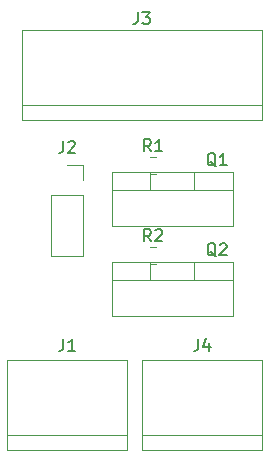
<source format=gbr>
%TF.GenerationSoftware,KiCad,Pcbnew,(5.1.10)-1*%
%TF.CreationDate,2022-01-11T17:46:35-08:00*%
%TF.ProjectId,lowering platform,6c6f7765-7269-46e6-9720-706c6174666f,rev?*%
%TF.SameCoordinates,Original*%
%TF.FileFunction,Legend,Top*%
%TF.FilePolarity,Positive*%
%FSLAX46Y46*%
G04 Gerber Fmt 4.6, Leading zero omitted, Abs format (unit mm)*
G04 Created by KiCad (PCBNEW (5.1.10)-1) date 2022-01-11 17:46:35*
%MOMM*%
%LPD*%
G01*
G04 APERTURE LIST*
%ADD10C,0.120000*%
%ADD11C,0.150000*%
G04 APERTURE END LIST*
D10*
%TO.C,J2*%
X146050000Y-88840000D02*
X147380000Y-88840000D01*
X147380000Y-88840000D02*
X147380000Y-90170000D01*
X147380000Y-91440000D02*
X147380000Y-96580000D01*
X144720000Y-96580000D02*
X147380000Y-96580000D01*
X144720000Y-91440000D02*
X144720000Y-96580000D01*
X144720000Y-91440000D02*
X147380000Y-91440000D01*
%TO.C,J1*%
X140970000Y-113030000D02*
X151130000Y-113030000D01*
X140970000Y-105410000D02*
X140970000Y-113030000D01*
X151130000Y-105410000D02*
X140970000Y-105410000D01*
X151130000Y-113030000D02*
X151130000Y-105410000D01*
X151130000Y-111760000D02*
X140970000Y-111760000D01*
%TO.C,J3*%
X142240000Y-77470000D02*
X142240000Y-85090000D01*
X162560000Y-85090000D02*
X162560000Y-77470000D01*
X162560000Y-83820000D02*
X142240000Y-83820000D01*
X142240000Y-77470000D02*
X162560000Y-77470000D01*
X142240000Y-85090000D02*
X162560000Y-85090000D01*
%TO.C,J4*%
X162560000Y-111760000D02*
X152400000Y-111760000D01*
X162560000Y-113030000D02*
X162560000Y-105410000D01*
X162560000Y-105410000D02*
X152400000Y-105410000D01*
X152400000Y-105410000D02*
X152400000Y-113030000D01*
X152400000Y-113030000D02*
X162560000Y-113030000D01*
%TO.C,Q1*%
X156791000Y-89440000D02*
X156791000Y-90950000D01*
X153090000Y-89440000D02*
X153090000Y-90950000D01*
X149820000Y-90950000D02*
X160060000Y-90950000D01*
X160060000Y-89440000D02*
X160060000Y-94081000D01*
X149820000Y-89440000D02*
X149820000Y-94081000D01*
X149820000Y-94081000D02*
X160060000Y-94081000D01*
X149820000Y-89440000D02*
X160060000Y-89440000D01*
%TO.C,Q2*%
X149820000Y-97060000D02*
X160060000Y-97060000D01*
X149820000Y-101701000D02*
X160060000Y-101701000D01*
X149820000Y-97060000D02*
X149820000Y-101701000D01*
X160060000Y-97060000D02*
X160060000Y-101701000D01*
X149820000Y-98570000D02*
X160060000Y-98570000D01*
X153090000Y-97060000D02*
X153090000Y-98570000D01*
X156791000Y-97060000D02*
X156791000Y-98570000D01*
%TO.C,R1*%
X153085436Y-89635000D02*
X153539564Y-89635000D01*
X153085436Y-88165000D02*
X153539564Y-88165000D01*
%TO.C,R2*%
X153085436Y-95785000D02*
X153539564Y-95785000D01*
X153085436Y-97255000D02*
X153539564Y-97255000D01*
%TO.C,J2*%
D11*
X145716666Y-86852380D02*
X145716666Y-87566666D01*
X145669047Y-87709523D01*
X145573809Y-87804761D01*
X145430952Y-87852380D01*
X145335714Y-87852380D01*
X146145238Y-86947619D02*
X146192857Y-86900000D01*
X146288095Y-86852380D01*
X146526190Y-86852380D01*
X146621428Y-86900000D01*
X146669047Y-86947619D01*
X146716666Y-87042857D01*
X146716666Y-87138095D01*
X146669047Y-87280952D01*
X146097619Y-87852380D01*
X146716666Y-87852380D01*
%TO.C,J1*%
X145716666Y-103592380D02*
X145716666Y-104306666D01*
X145669047Y-104449523D01*
X145573809Y-104544761D01*
X145430952Y-104592380D01*
X145335714Y-104592380D01*
X146716666Y-104592380D02*
X146145238Y-104592380D01*
X146430952Y-104592380D02*
X146430952Y-103592380D01*
X146335714Y-103735238D01*
X146240476Y-103830476D01*
X146145238Y-103878095D01*
%TO.C,J3*%
X152046666Y-75932380D02*
X152046666Y-76646666D01*
X151999047Y-76789523D01*
X151903809Y-76884761D01*
X151760952Y-76932380D01*
X151665714Y-76932380D01*
X152427619Y-75932380D02*
X153046666Y-75932380D01*
X152713333Y-76313333D01*
X152856190Y-76313333D01*
X152951428Y-76360952D01*
X152999047Y-76408571D01*
X153046666Y-76503809D01*
X153046666Y-76741904D01*
X152999047Y-76837142D01*
X152951428Y-76884761D01*
X152856190Y-76932380D01*
X152570476Y-76932380D01*
X152475238Y-76884761D01*
X152427619Y-76837142D01*
%TO.C,J4*%
X157146666Y-103592380D02*
X157146666Y-104306666D01*
X157099047Y-104449523D01*
X157003809Y-104544761D01*
X156860952Y-104592380D01*
X156765714Y-104592380D01*
X158051428Y-103925714D02*
X158051428Y-104592380D01*
X157813333Y-103544761D02*
X157575238Y-104259047D01*
X158194285Y-104259047D01*
%TO.C,Q1*%
X158654761Y-88987619D02*
X158559523Y-88940000D01*
X158464285Y-88844761D01*
X158321428Y-88701904D01*
X158226190Y-88654285D01*
X158130952Y-88654285D01*
X158178571Y-88892380D02*
X158083333Y-88844761D01*
X157988095Y-88749523D01*
X157940476Y-88559047D01*
X157940476Y-88225714D01*
X157988095Y-88035238D01*
X158083333Y-87940000D01*
X158178571Y-87892380D01*
X158369047Y-87892380D01*
X158464285Y-87940000D01*
X158559523Y-88035238D01*
X158607142Y-88225714D01*
X158607142Y-88559047D01*
X158559523Y-88749523D01*
X158464285Y-88844761D01*
X158369047Y-88892380D01*
X158178571Y-88892380D01*
X159559523Y-88892380D02*
X158988095Y-88892380D01*
X159273809Y-88892380D02*
X159273809Y-87892380D01*
X159178571Y-88035238D01*
X159083333Y-88130476D01*
X158988095Y-88178095D01*
%TO.C,Q2*%
X158654761Y-96607619D02*
X158559523Y-96560000D01*
X158464285Y-96464761D01*
X158321428Y-96321904D01*
X158226190Y-96274285D01*
X158130952Y-96274285D01*
X158178571Y-96512380D02*
X158083333Y-96464761D01*
X157988095Y-96369523D01*
X157940476Y-96179047D01*
X157940476Y-95845714D01*
X157988095Y-95655238D01*
X158083333Y-95560000D01*
X158178571Y-95512380D01*
X158369047Y-95512380D01*
X158464285Y-95560000D01*
X158559523Y-95655238D01*
X158607142Y-95845714D01*
X158607142Y-96179047D01*
X158559523Y-96369523D01*
X158464285Y-96464761D01*
X158369047Y-96512380D01*
X158178571Y-96512380D01*
X158988095Y-95607619D02*
X159035714Y-95560000D01*
X159130952Y-95512380D01*
X159369047Y-95512380D01*
X159464285Y-95560000D01*
X159511904Y-95607619D01*
X159559523Y-95702857D01*
X159559523Y-95798095D01*
X159511904Y-95940952D01*
X158940476Y-96512380D01*
X159559523Y-96512380D01*
%TO.C,R1*%
X153145833Y-87702380D02*
X152812500Y-87226190D01*
X152574404Y-87702380D02*
X152574404Y-86702380D01*
X152955357Y-86702380D01*
X153050595Y-86750000D01*
X153098214Y-86797619D01*
X153145833Y-86892857D01*
X153145833Y-87035714D01*
X153098214Y-87130952D01*
X153050595Y-87178571D01*
X152955357Y-87226190D01*
X152574404Y-87226190D01*
X154098214Y-87702380D02*
X153526785Y-87702380D01*
X153812500Y-87702380D02*
X153812500Y-86702380D01*
X153717261Y-86845238D01*
X153622023Y-86940476D01*
X153526785Y-86988095D01*
%TO.C,R2*%
X153145833Y-95322380D02*
X152812500Y-94846190D01*
X152574404Y-95322380D02*
X152574404Y-94322380D01*
X152955357Y-94322380D01*
X153050595Y-94370000D01*
X153098214Y-94417619D01*
X153145833Y-94512857D01*
X153145833Y-94655714D01*
X153098214Y-94750952D01*
X153050595Y-94798571D01*
X152955357Y-94846190D01*
X152574404Y-94846190D01*
X153526785Y-94417619D02*
X153574404Y-94370000D01*
X153669642Y-94322380D01*
X153907738Y-94322380D01*
X154002976Y-94370000D01*
X154050595Y-94417619D01*
X154098214Y-94512857D01*
X154098214Y-94608095D01*
X154050595Y-94750952D01*
X153479166Y-95322380D01*
X154098214Y-95322380D01*
%TD*%
M02*

</source>
